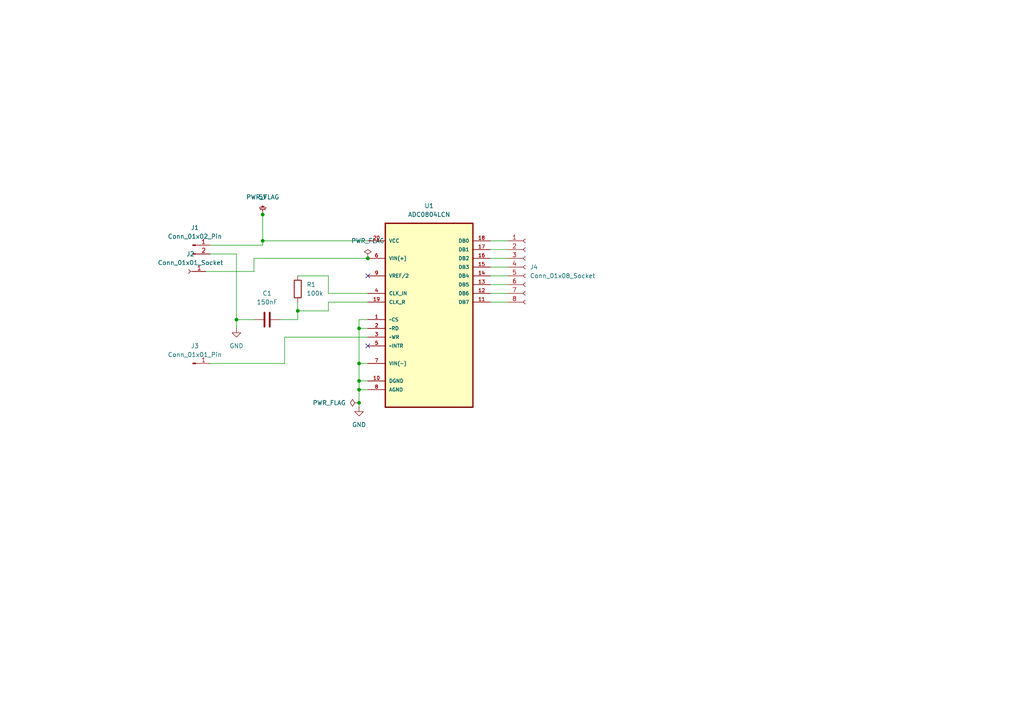
<source format=kicad_sch>
(kicad_sch (version 20250114) (generator "eeschema") (generator_version "9.0")
  (paper "A4")
  (lib_symbols
    (symbol "ADC0804LCN:ADC0804LCN" (pin_names (offset 1.016))
      (property "Reference" "U" (at -5.8785 24.6338 0))
      (property "Value" "ADC0804LCN" (at -5.1859 -33.4032 0))
      (symbol "ADC0804LCN_0_0"
        (rectangle (start -12.7 -30.48) (end 12.7 22.86) (stroke (width 0.4064)) (fill (type background)))
        (pin power_in line (at -17.78 17.78 0) (length 5.08) (name "VCC") (number "20"))
        (pin power_in line (at -17.78 12.7 0) (length 5.08) (name "VIN(+)") (number "6"))
        (pin input line (at -17.78 7.62 0) (length 5.08) (name "VREF/2") (number "9"))
        (pin input line (at -17.78 2.54 0) (length 5.08) (name "CLK_IN") (number "4"))
        (pin input line (at -17.78 0 0) (length 5.08) (name "CLK_R") (number "19"))
        (pin input line (at -17.78 -5.08 0) (length 5.08) (name "~CS") (number "1"))
        (pin input line (at -17.78 -7.62 0) (length 5.08) (name "~RD") (number "2"))
        (pin input line (at -17.78 -10.16 0) (length 5.08) (name "~WR") (number "3"))
        (pin input line (at -17.78 -12.7 0) (length 5.08) (name "~INTR") (number "5"))
        (pin power_in line (at -17.78 -17.78 0) (length 5.08) (name "VIN(-)") (number "7"))
        (pin passive line (at -17.78 -22.86 0) (length 5.08) (name "DGND") (number "10"))
        (pin passive line (at -17.78 -25.4 0) (length 5.08) (name "AGND") (number "8"))
        (pin passive line (at 17.78 17.78 180) (length 5.08) (name "DB0") (number "18"))
        (pin passive line (at 17.78 15.24 180) (length 5.08) (name "DB1") (number "17"))
        (pin passive line (at 17.78 12.7 180) (length 5.08) (name "DB2") (number "16"))
        (pin passive line (at 17.78 10.16 180) (length 5.08) (name "DB3") (number "15"))
        (pin passive line (at 17.78 7.62 180) (length 5.08) (name "DB4") (number "14"))
        (pin passive line (at 17.78 5.08 180) (length 5.08) (name "DB5") (number "13"))
        (pin passive line (at 17.78 2.54 180) (length 5.08) (name "DB6") (number "12"))
        (pin passive line (at 17.78 0 180) (length 5.08) (name "DB7") (number "11"))
      )
    )
    (symbol "Connector:Conn_01x01_Pin" (pin_names (offset 1.016) (hide yes))
      (property "Reference" "J" (at 0 2.54 0))
      (property "Value" "Conn_01x01_Pin" (at 0 -2.54 0))
      (symbol "Conn_01x01_Pin_1_1"
        (rectangle (start 0.8636 0.127) (end 0 -0.127) (stroke (width 0.1524)) (fill (type outline)))
        (polyline (pts (xy 1.27 0) (xy 0.8636 0)) (stroke (width 0.1524)))
        (pin passive line (at 5.08 0 180) (length 3.81) (name "Pin_1") (number "1"))
      )
    )
    (symbol "Connector:Conn_01x01_Socket" (pin_names (offset 1.016) (hide yes))
      (property "Reference" "J" (at 0 2.54 0))
      (property "Value" "Conn_01x01_Socket" (at 0 -2.54 0))
      (symbol "Conn_01x01_Socket_1_1"
        (polyline (pts (xy -1.27 0) (xy -0.508 0)) (stroke (width 0.1524)))
        (arc (start 0 -0.508) (mid -0.5058 0) (end 0 0.508) (stroke (width 0.1524)))
        (pin passive line (at -5.08 0 0) (length 3.81) (name "Pin_1") (number "1"))
      )
    )
    (symbol "Connector:Conn_01x02_Pin" (pin_names (offset 1.016) (hide yes))
      (property "Reference" "J" (at 0 2.54 0))
      (property "Value" "Conn_01x02_Pin" (at 0 -5.08 0))
      (symbol "Conn_01x02_Pin_1_1"
        (rectangle (start 0.8636 0.127) (end 0 -0.127) (stroke (width 0.1524)) (fill (type outline)))
        (rectangle (start 0.8636 -2.413) (end 0 -2.667) (stroke (width 0.1524)) (fill (type outline)))
        (polyline (pts (xy 1.27 0) (xy 0.8636 0)) (stroke (width 0.1524)))
        (polyline (pts (xy 1.27 -2.54) (xy 0.8636 -2.54)) (stroke (width 0.1524)))
        (pin passive line (at 5.08 0 180) (length 3.81) (name "Pin_1") (number "1"))
        (pin passive line (at 5.08 -2.54 180) (length 3.81) (name "Pin_2") (number "2"))
      )
    )
    (symbol "Connector:Conn_01x08_Socket" (pin_names (offset 1.016) (hide yes))
      (property "Reference" "J" (at 0 10.16 0))
      (property "Value" "Conn_01x08_Socket" (at 0 -12.7 0))
      (symbol "Conn_01x08_Socket_1_1"
        (polyline (pts (xy -1.27 7.62) (xy -0.508 7.62)) (stroke (width 0.1524)))
        (polyline (pts (xy -1.27 5.08) (xy -0.508 5.08)) (stroke (width 0.1524)))
        (polyline (pts (xy -1.27 2.54) (xy -0.508 2.54)) (stroke (width 0.1524)))
        (polyline (pts (xy -1.27 0) (xy -0.508 0)) (stroke (width 0.1524)))
        (polyline (pts (xy -1.27 -2.54) (xy -0.508 -2.54)) (stroke (width 0.1524)))
        (polyline (pts (xy -1.27 -5.08) (xy -0.508 -5.08)) (stroke (width 0.1524)))
        (polyline (pts (xy -1.27 -7.62) (xy -0.508 -7.62)) (stroke (width 0.1524)))
        (polyline (pts (xy -1.27 -10.16) (xy -0.508 -10.16)) (stroke (width 0.1524)))
        (arc (start 0 7.112) (mid -0.5058 7.62) (end 0 8.128) (stroke (width 0.1524)))
        (arc (start 0 4.572) (mid -0.5058 5.08) (end 0 5.588) (stroke (width 0.1524)))
        (arc (start 0 2.032) (mid -0.5058 2.54) (end 0 3.048) (stroke (width 0.1524)))
        (arc (start 0 -0.508) (mid -0.5058 0) (end 0 0.508) (stroke (width 0.1524)))
        (arc (start 0 -3.048) (mid -0.5058 -2.54) (end 0 -2.032) (stroke (width 0.1524)))
        (arc (start 0 -5.588) (mid -0.5058 -5.08) (end 0 -4.572) (stroke (width 0.1524)))
        (arc (start 0 -8.128) (mid -0.5058 -7.62) (end 0 -7.112) (stroke (width 0.1524)))
        (arc (start 0 -10.668) (mid -0.5058 -10.16) (end 0 -9.652) (stroke (width 0.1524)))
        (pin passive line (at -5.08 7.62 0) (length 3.81) (name "Pin_1") (number "1"))
        (pin passive line (at -5.08 5.08 0) (length 3.81) (name "Pin_2") (number "2"))
        (pin passive line (at -5.08 2.54 0) (length 3.81) (name "Pin_3") (number "3"))
        (pin passive line (at -5.08 0 0) (length 3.81) (name "Pin_4") (number "4"))
        (pin passive line (at -5.08 -2.54 0) (length 3.81) (name "Pin_5") (number "5"))
        (pin passive line (at -5.08 -5.08 0) (length 3.81) (name "Pin_6") (number "6"))
        (pin passive line (at -5.08 -7.62 0) (length 3.81) (name "Pin_7") (number "7"))
        (pin passive line (at -5.08 -10.16 0) (length 3.81) (name "Pin_8") (number "8"))
      )
    )
    (symbol "Device:C" (pin_numbers (hide yes)) (pin_names (offset 0.254))
      (property "Reference" "C" (at 0.635 2.54 0))
      (property "Value" "C" (at 0.635 -2.54 0))
      (symbol "C_0_1"
        (polyline (pts (xy -2.032 0.762) (xy 2.032 0.762)) (stroke (width 0.508)))
        (polyline (pts (xy -2.032 -0.762) (xy 2.032 -0.762)) (stroke (width 0.508)))
      )
      (symbol "C_1_1"
        (pin passive line (at 0 3.81 270) (length 2.794) (name "~") (number "1"))
        (pin passive line (at 0 -3.81 90) (length 2.794) (name "~") (number "2"))
      )
    )
    (symbol "Device:R" (pin_numbers (hide yes)) (pin_names (offset 0))
      (property "Reference" "R" (at 2.032 0 90))
      (property "Value" "R" (at 0 0 90))
      (symbol "R_0_1"
        (rectangle (start -1.016 -2.54) (end 1.016 2.54) (stroke (width 0.254)))
      )
      (symbol "R_1_1"
        (pin passive line (at 0 3.81 270) (length 1.27) (name "~") (number "1"))
        (pin passive line (at 0 -3.81 90) (length 1.27) (name "~") (number "2"))
      )
    )
    (symbol "power:GND" (power) (pin_numbers (hide yes)) (pin_names (offset 0) (hide yes))
      (property "Value" "GND" (at 0 -3.81 0))
      (symbol "GND_0_1"
        (polyline (pts (xy 0 0) (xy 0 -1.27) (xy 1.27 -1.27) (xy 0 -2.54) (xy -1.27 -1.27) (xy 0 -1.27)))
      )
      (symbol "GND_1_1"
        (pin power_in line (at 0 0 270) (length 0) (name "~") (number "1"))
      )
    )
    (symbol "power:PWR_FLAG" (power) (pin_numbers (hide yes)) (pin_names (offset 0) (hide yes))
      (property "Value" "PWR_FLAG" (at 0 3.81 0))
      (symbol "PWR_FLAG_0_0"
        (pin power_out line (at 0 0 90) (length 0) (name "~") (number "1"))
      )
      (symbol "PWR_FLAG_0_1"
        (polyline (pts (xy 0 0) (xy 0 1.27) (xy -1.016 1.905) (xy 0 2.54) (xy 1.016 1.905) (xy 0 1.27)))
      )
    )
    (symbol "power:VCC" (power) (pin_numbers (hide yes)) (pin_names (offset 0) (hide yes))
      (property "Value" "VCC" (at 0 3.556 0))
      (symbol "VCC_0_1"
        (polyline (pts (xy -0.762 1.27) (xy 0 2.54)))
        (polyline (pts (xy 0 2.54) (xy 0.762 1.27)))
        (polyline (pts (xy 0 0) (xy 0 2.54)))
      )
      (symbol "VCC_1_1"
        (pin power_in line (at 0 0 90) (length 0) (name "~") (number "1"))
      )
    )
  )
  (junction (at 104.14 105.41))
  (junction (at 104.14 110.49))
  (junction (at 76.2 69.85))
  (junction (at 86.36 90.17))
  (junction (at 104.14 95.25))
  (junction (at 76.2 62.23))
  (junction (at 68.58 92.71))
  (junction (at 104.14 113.03))
  (junction (at 104.14 116.84))
  (junction (at 106.68 74.93))
  (no_connect (at 106.68 100.33))
  (no_connect (at 106.68 80.01))
  (wire (pts (xy 142.24 72.39) (xy 147.32 72.39)))
  (wire (pts (xy 73.66 74.93) (xy 106.68 74.93)))
  (wire (pts (xy 95.25 87.63) (xy 106.68 87.63)))
  (wire (pts (xy 142.24 74.93) (xy 147.32 74.93)))
  (wire (pts (xy 68.58 73.66) (xy 68.58 92.71)))
  (wire (pts (xy 142.24 82.55) (xy 147.32 82.55)))
  (wire (pts (xy 59.69 78.74) (xy 73.66 78.74)))
  (wire (pts (xy 76.2 69.85) (xy 106.68 69.85)))
  (wire (pts (xy 142.24 69.85) (xy 147.32 69.85)))
  (wire (pts (xy 104.14 105.41) (xy 106.68 105.41)))
  (wire (pts (xy 76.2 71.12) (xy 76.2 69.85)))
  (wire (pts (xy 86.36 90.17) (xy 95.25 90.17)))
  (wire (pts (xy 60.96 73.66) (xy 68.58 73.66)))
  (wire (pts (xy 104.14 95.25) (xy 104.14 92.71)))
  (wire (pts (xy 60.96 71.12) (xy 76.2 71.12)))
  (wire (pts (xy 60.96 105.41) (xy 82.55 105.41)))
  (wire (pts (xy 76.2 62.23) (xy 76.2 69.85)))
  (wire (pts (xy 82.55 97.79) (xy 106.68 97.79)))
  (wire (pts (xy 81.28 92.71) (xy 86.36 92.71)))
  (wire (pts (xy 95.25 85.09) (xy 106.68 85.09)))
  (wire (pts (xy 95.25 90.17) (xy 95.25 87.63)))
  (wire (pts (xy 104.14 95.25) (xy 106.68 95.25)))
  (wire (pts (xy 142.24 77.47) (xy 147.32 77.47)))
  (wire (pts (xy 82.55 105.41) (xy 82.55 97.79)))
  (wire (pts (xy 104.14 110.49) (xy 104.14 105.41)))
  (wire (pts (xy 68.58 92.71) (xy 68.58 95.25)))
  (wire (pts (xy 104.14 110.49) (xy 106.68 110.49)))
  (wire (pts (xy 73.66 78.74) (xy 73.66 74.93)))
  (wire (pts (xy 104.14 116.84) (xy 104.14 113.03)))
  (wire (pts (xy 142.24 85.09) (xy 147.32 85.09)))
  (wire (pts (xy 142.24 80.01) (xy 147.32 80.01)))
  (wire (pts (xy 95.25 80.01) (xy 95.25 85.09)))
  (wire (pts (xy 104.14 118.11) (xy 104.14 116.84)))
  (wire (pts (xy 68.58 92.71) (xy 73.66 92.71)))
  (wire (pts (xy 142.24 87.63) (xy 147.32 87.63)))
  (wire (pts (xy 86.36 90.17) (xy 86.36 87.63)))
  (wire (pts (xy 86.36 92.71) (xy 86.36 90.17)))
  (wire (pts (xy 86.36 80.01) (xy 95.25 80.01)))
  (wire (pts (xy 104.14 92.71) (xy 106.68 92.71)))
  (wire (pts (xy 104.14 113.03) (xy 106.68 113.03)))
  (wire (pts (xy 104.14 113.03) (xy 104.14 110.49)))
  (wire (pts (xy 104.14 105.41) (xy 104.14 95.25)))
  (symbol (lib_id "power:VCC") (at 76.2 62.23 0) (unit 1)
    (property "Reference" "#PWR01" (effects (hide yes)))
    (property "Value" "5V" (at 76.2 57.15 0))
    (property "Description" "Power symbol creates a global label with name \"VCC\"" (effects (hide yes)))
  )
  (symbol (lib_id "power:GND") (at 104.14 118.11 0) (unit 1)
    (property "Reference" "#PWR03" (effects (hide yes)))
    (property "Value" "GND" (at 104.14 123.19 0))
    (property "Description" "Power symbol creates a global label with name \"GND\" , ground" (effects (hide yes)))
  )
  (symbol (lib_id "Connector:Conn_01x01_Socket") (at 54.61 78.74 180) (unit 1)
    (property "Reference" "J2" (at 55.245 73.66 0))
    (property "Value" "Conn_01x01_Socket" (at 55.245 76.2 0))
    (property "Footprint" "Connector_PinSocket_2.54mm:PinSocket_1x01_P2.54mm_Vertical" (effects (hide yes)))
    (property "Description" "Generic connector, single row, 01x01, script generated" (effects (hide yes)))
  )
  (symbol (lib_id "power:PWR_FLAG") (at 104.14 116.84 90) (unit 1)
    (property "Reference" "#FLG02" (effects (hide yes)))
    (property "Value" "PWR_FLAG" (at 100.33 116.8399 90) (effects (justify left)))
    (property "Description" "Special symbol for telling ERC where power comes from" (effects (hide yes)))
  )
  (symbol (lib_id "power:GND") (at 68.58 95.25 0) (unit 1)
    (property "Reference" "#PWR02" (effects (hide yes)))
    (property "Value" "GND" (at 68.58 100.33 0))
    (property "Description" "Power symbol creates a global label with name \"GND\" , ground" (effects (hide yes)))
  )
  (symbol (lib_id "Device:C") (at 77.47 92.71 90) (unit 1)
    (property "Reference" "C1" (at 77.47 85.09 90))
    (property "Value" "150nF" (at 77.47 87.63 90))
    (property "Footprint" "Capacitor_THT:C_Axial_L3.8mm_D2.6mm_P7.50mm_Horizontal" (effects (hide yes)))
    (property "Description" "Unpolarized capacitor" (effects (hide yes)))
  )
  (symbol (lib_id "Connector:Conn_01x01_Pin") (at 55.88 105.41 0) (unit 1)
    (property "Reference" "J3" (at 56.515 100.33 0))
    (property "Value" "Conn_01x01_Pin" (at 56.515 102.87 0))
    (property "Footprint" "Connector_PinHeader_2.54mm:PinHeader_1x01_P2.54mm_Vertical" (effects (hide yes)))
    (property "Description" "Generic connector, single row, 01x01, script generated" (effects (hide yes)))
  )
  (symbol (lib_id "power:PWR_FLAG") (at 106.68 74.93 0) (unit 1)
    (property "Reference" "#FLG03" (effects (hide yes)))
    (property "Value" "PWR_FLAG" (at 106.68 69.85 0))
    (property "Description" "Special symbol for telling ERC where power comes from" (effects (hide yes)))
  )
  (symbol (lib_id "Device:R") (at 86.36 83.82 0) (unit 1)
    (property "Reference" "R1" (at 88.9 82.5499 0) (effects (justify left)))
    (property "Value" "100k" (at 88.9 85.0899 0) (effects (justify left)))
    (property "Footprint" "Resistor_THT:R_Axial_DIN0204_L3.6mm_D1.6mm_P7.62mm_Horizontal" (effects (hide yes)))
    (property "Description" "Resistor" (effects (hide yes)))
  )
  (symbol (lib_id "ADC0804LCN:ADC0804LCN") (at 124.46 87.63 0) (unit 1)
    (property "Reference" "U1" (at 124.46 59.69 0))
    (property "Value" "ADC0804LCN" (at 124.46 62.23 0))
    (property "Footprint" "Package_DIP:DIP-20_W7.62mm_LongPads" (effects (hide yes)))
    (property "MF" "Renesas Electronics" (effects (hide yes)))
    (property "Description_1" "8 Bit Analog to Digital Converter 1 Input 1 SAR 20-PDIP" (effects (hide yes)))
    (property "PACKAGE" "20-DIP" (effects (hide yes)))
    (property "MPN" "ADC0804LCN" (effects (hide yes)))
    (property "Price" "None" (effects (hide yes)))
    (property "Package" "DIP-20 Analog Devices" (effects (hide yes)))
    (property "OC_FARNELL" "9486593" (effects (hide yes)))
    (property "SnapEDA_Link" "https://www.snapeda.com/parts/ADC0804-LCN/Renesas/view-part/?ref=snap" (effects (hide yes)))
    (property "MP" "ADC0804-LCN" (effects (hide yes)))
    (property "SUPPLIER" "National Semiconductor" (effects (hide yes)))
    (property "OC_NEWARK" "07B4596" (effects (hide yes)))
    (property "Availability" "In Stock" (effects (hide yes)))
    (property "Check_prices" "https://www.snapeda.com/parts/ADC0804-LCN/Renesas/view-part/?ref=eda" (effects (hide yes)))
  )
  (symbol (lib_id "Connector:Conn_01x02_Pin") (at 55.88 71.12 0) (unit 1)
    (property "Reference" "J1" (at 56.515 66.04 0))
    (property "Value" "Conn_01x02_Pin" (at 56.515 68.58 0))
    (property "Footprint" "Connector_PinHeader_2.54mm:PinHeader_1x02_P2.54mm_Vertical" (effects (hide yes)))
    (property "Description" "Generic connector, single row, 01x02, script generated" (effects (hide yes)))
  )
  (symbol (lib_id "Connector:Conn_01x08_Socket") (at 152.4 77.47 0) (unit 1)
    (property "Reference" "J4" (at 153.67 77.4699 0) (effects (justify left)))
    (property "Value" "Conn_01x08_Socket" (at 153.67 80.0099 0) (effects (justify left)))
    (property "Footprint" "Connector_PinSocket_2.54mm:PinSocket_1x08_P2.54mm_Vertical" (effects (hide yes)))
    (property "Description" "Generic connector, single row, 01x08, script generated" (effects (hide yes)))
  )
  (symbol (lib_id "power:PWR_FLAG") (at 76.2 62.23 0) (unit 1)
    (property "Reference" "#FLG01" (effects (hide yes)))
    (property "Value" "PWR_FLAG" (at 76.2 57.15 0))
    (property "Description" "Special symbol for telling ERC where power comes from" (effects (hide yes)))
  )
)
</source>
